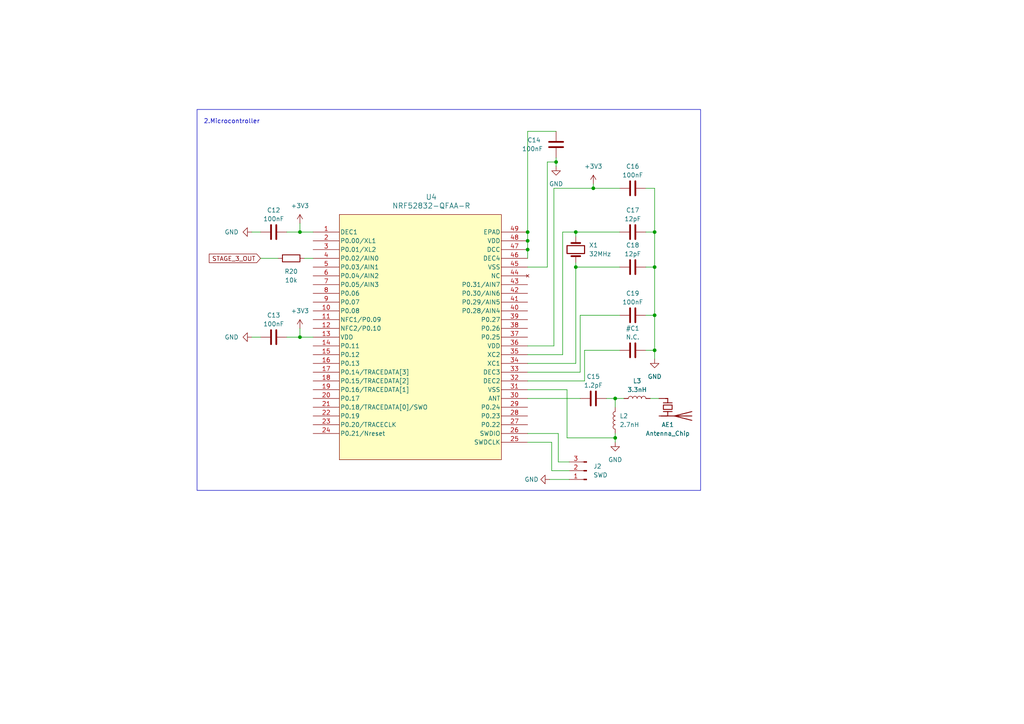
<source format=kicad_sch>
(kicad_sch (version 20230121) (generator eeschema)
  (paper "A4")
  (lib_symbols
    (symbol "Connector:Conn_01x03_Pin" (pin_names (offset 1.016) hide)
      (property "Reference" "J" (at 0 5.08 0))
      (property "Value" "Conn_01x03_Pin" (at 0 -5.08 0))
      (symbol "Conn_01x03_Pin_1_1"
        (polyline (pts (xy 1.27 -2.54) (xy 0.8636 -2.54)) (stroke (width 0.1524)))
        (polyline (pts (xy 1.27 0) (xy 0.8636 0)) (stroke (width 0.1524)))
        (polyline (pts (xy 1.27 2.54) (xy 0.8636 2.54)) (stroke (width 0.1524)))
        (rectangle (start 0.8636 -2.413) (end 0 -2.667) (stroke (width 0.1524)) (fill (type outline)))
        (rectangle (start 0.8636 0.127) (end 0 -0.127) (stroke (width 0.1524)) (fill (type outline)))
        (rectangle (start 0.8636 2.667) (end 0 2.413) (stroke (width 0.1524)) (fill (type outline)))
        (pin passive line (at 5.08 2.54 180) (length 3.81) (name "Pin_1") (number "1"))
        (pin passive line (at 5.08 0 180) (length 3.81) (name "Pin_2") (number "2"))
        (pin passive line (at 5.08 -2.54 180) (length 3.81) (name "Pin_3") (number "3"))
      )
    )
    (symbol "Device:Antenna_Chip" (pin_numbers hide) (pin_names (offset 1.016) hide)
      (property "Reference" "AE" (at 0 5.08 0))
      (property "Value" "Antenna_Chip" (at 0 3.175 0))
      (symbol "Antenna_Chip_0_1"
        (polyline (pts (xy -2.54 0) (xy -2.54 -0.635)) (stroke (width 0.254)))
        (polyline (pts (xy -2.54 0) (xy -1.27 0)) (stroke (width 0.254)))
        (polyline (pts (xy 1.27 0) (xy 2.54 0)) (stroke (width 0.254)))
        (polyline (pts (xy 1.27 1.27) (xy 1.27 -1.27)) (stroke (width 0.254)))
        (polyline (pts (xy 2.54 -0.635) (xy 2.54 0)))
        (polyline (pts (xy 2.54 6.985) (xy 2.54 -1.905)) (stroke (width 0.254)))
        (polyline (pts (xy -1.27 1.27) (xy -1.27 -1.27) (xy -1.27 0)) (stroke (width 0.254)))
        (polyline (pts (xy 3.81 6.985) (xy 2.54 1.905) (xy 1.27 6.985)) (stroke (width 0.254)))
        (polyline (pts (xy -0.635 1.27) (xy 0.635 1.27) (xy 0.635 -1.27) (xy -0.635 -1.27) (xy -0.635 1.27)) (stroke (width 0.254)))
      )
      (symbol "Antenna_Chip_1_1"
        (pin input line (at -2.54 -2.54 90) (length 2.54) (name "FEED") (number "1"))
        (pin passive line (at 2.54 -2.54 90) (length 2.54) (name "PCB_Trace") (number "2"))
      )
    )
    (symbol "Device:C" (pin_numbers hide) (pin_names (offset 0.254))
      (property "Reference" "C" (at 0.635 2.54 0))
      (property "Value" "C" (at 0.635 -2.54 0))
      (symbol "C_0_1"
        (polyline (pts (xy -2.032 -0.762) (xy 2.032 -0.762)) (stroke (width 0.508)))
        (polyline (pts (xy -2.032 0.762) (xy 2.032 0.762)) (stroke (width 0.508)))
      )
      (symbol "C_1_1"
        (pin passive line (at 0 3.81 270) (length 2.794) (name "~") (number "1"))
        (pin passive line (at 0 -3.81 90) (length 2.794) (name "~") (number "2"))
      )
    )
    (symbol "Device:Crystal" (pin_numbers hide) (pin_names (offset 1.016) hide)
      (property "Reference" "Y" (at 0 3.81 0))
      (property "Value" "Crystal" (at 0 -3.81 0))
      (symbol "Crystal_0_1"
        (rectangle (start -1.143 2.54) (end 1.143 -2.54) (stroke (width 0.3048)))
        (polyline (pts (xy -2.54 0) (xy -1.905 0)))
        (polyline (pts (xy -1.905 -1.27) (xy -1.905 1.27)) (stroke (width 0.508)))
        (polyline (pts (xy 1.905 -1.27) (xy 1.905 1.27)) (stroke (width 0.508)))
        (polyline (pts (xy 2.54 0) (xy 1.905 0)))
      )
      (symbol "Crystal_1_1"
        (pin passive line (at -3.81 0 0) (length 1.27) (name "1") (number "1"))
        (pin passive line (at 3.81 0 180) (length 1.27) (name "2") (number "2"))
      )
    )
    (symbol "Device:L" (pin_numbers hide) (pin_names (offset 1.016) hide)
      (property "Reference" "L" (at -1.27 0 90))
      (property "Value" "L" (at 1.905 0 90))
      (symbol "L_0_1"
        (arc (start 0 -2.54) (mid 0.6323 -1.905) (end 0 -1.27))
        (arc (start 0 -1.27) (mid 0.6323 -0.635) (end 0 0))
        (arc (start 0 0) (mid 0.6323 0.635) (end 0 1.27))
        (arc (start 0 1.27) (mid 0.6323 1.905) (end 0 2.54))
      )
      (symbol "L_1_1"
        (pin passive line (at 0 3.81 270) (length 1.27) (name "1") (number "1"))
        (pin passive line (at 0 -3.81 90) (length 1.27) (name "2") (number "2"))
      )
    )
    (symbol "Device:R" (pin_numbers hide) (pin_names (offset 0))
      (property "Reference" "R" (at 2.032 0 90))
      (property "Value" "R" (at 0 0 90))
      (symbol "R_0_1"
        (rectangle (start -1.016 -2.54) (end 1.016 2.54) (stroke (width 0.254)))
      )
      (symbol "R_1_1"
        (pin passive line (at 0 3.81 270) (length 1.27) (name "~") (number "1"))
        (pin passive line (at 0 -3.81 90) (length 1.27) (name "~") (number "2"))
      )
    )
    (symbol "NRF52832_QFAA:NRF52832-QFAA-R" (pin_names (offset 0.254))
      (property "Reference" "U5" (at 34.29 10.16 0))
      (property "Value" "NRF52832-QFAA-R" (at 34.29 7.62 0))
      (symbol "NRF52832-QFAA-R_0_1"
        (pin power_in line (at 0 0 0) (length 7.62) (name "DEC1") (number "1"))
        (pin bidirectional line (at 0 -22.86 0) (length 7.62) (name "P0.08") (number "10"))
        (pin bidirectional line (at 0 -25.4 0) (length 7.62) (name "NFC1/P0.09") (number "11"))
        (pin bidirectional line (at 0 -27.94 0) (length 7.62) (name "NFC2/P0.10") (number "12"))
        (pin power_in line (at 0 -30.48 0) (length 7.62) (name "VDD") (number "13"))
        (pin bidirectional line (at 0 -33.02 0) (length 7.62) (name "P0.11") (number "14"))
        (pin bidirectional line (at 0 -35.56 0) (length 7.62) (name "P0.12") (number "15"))
        (pin bidirectional line (at 0 -38.1 0) (length 7.62) (name "P0.13") (number "16"))
        (pin bidirectional line (at 0 -40.64 0) (length 7.62) (name "P0.14/TRACEDATA[3]") (number "17"))
        (pin bidirectional line (at 0 -43.18 0) (length 7.62) (name "P0.15/TRACEDATA[2]") (number "18"))
        (pin bidirectional line (at 0 -45.72 0) (length 7.62) (name "P0.16/TRACEDATA[1]") (number "19"))
        (pin bidirectional line (at 0 -2.54 0) (length 7.62) (name "P0.00/XL1") (number "2"))
        (pin bidirectional line (at 0 -48.26 0) (length 7.62) (name "P0.17") (number "20"))
        (pin bidirectional line (at 0 -50.8 0) (length 7.62) (name "P0.18/TRACEDATA[0]/SWO") (number "21"))
        (pin bidirectional line (at 0 -53.34 0) (length 7.62) (name "P0.19") (number "22"))
        (pin bidirectional line (at 0 -55.88 0) (length 7.62) (name "P0.20/TRACECLK") (number "23"))
        (pin bidirectional line (at 0 -58.42 0) (length 7.62) (name "P0.21/Nreset") (number "24"))
        (pin input line (at 62.23 -60.96 180) (length 7.62) (name "SWDCLK") (number "25"))
        (pin bidirectional line (at 62.23 -58.42 180) (length 7.62) (name "SWDIO") (number "26"))
        (pin bidirectional line (at 62.23 -55.88 180) (length 7.62) (name "P0.22") (number "27"))
        (pin bidirectional line (at 62.23 -53.34 180) (length 7.62) (name "P0.23") (number "28"))
        (pin bidirectional line (at 62.23 -50.8 180) (length 7.62) (name "P0.24") (number "29"))
        (pin bidirectional line (at 0 -5.08 0) (length 7.62) (name "P0.01/XL2") (number "3"))
        (pin unspecified line (at 62.23 -48.26 180) (length 7.62) (name "ANT") (number "30"))
        (pin power_in line (at 62.23 -45.72 180) (length 7.62) (name "VSS") (number "31"))
        (pin power_in line (at 62.23 -43.18 180) (length 7.62) (name "DEC2") (number "32"))
        (pin power_in line (at 62.23 -40.64 180) (length 7.62) (name "DEC3") (number "33"))
        (pin input line (at 62.23 -38.1 180) (length 7.62) (name "XC1") (number "34"))
        (pin input line (at 62.23 -35.56 180) (length 7.62) (name "XC2") (number "35"))
        (pin power_in line (at 62.23 -33.02 180) (length 7.62) (name "VDD") (number "36"))
        (pin bidirectional line (at 62.23 -30.48 180) (length 7.62) (name "P0.25") (number "37"))
        (pin bidirectional line (at 62.23 -27.94 180) (length 7.62) (name "P0.26") (number "38"))
        (pin bidirectional line (at 62.23 -25.4 180) (length 7.62) (name "P0.27") (number "39"))
        (pin bidirectional line (at 0 -7.62 0) (length 7.62) (name "P0.02/AIN0") (number "4"))
        (pin bidirectional line (at 62.23 -22.86 180) (length 7.62) (name "P0.28/AIN4") (number "40"))
        (pin bidirectional line (at 62.23 -20.32 180) (length 7.62) (name "P0.29/AIN5") (number "41"))
        (pin bidirectional line (at 62.23 -17.78 180) (length 7.62) (name "P0.30/AIN6") (number "42"))
        (pin bidirectional line (at 62.23 -15.24 180) (length 7.62) (name "P0.31/AIN7") (number "43"))
        (pin no_connect line (at 62.23 -12.7 180) (length 7.62) (name "NC") (number "44"))
        (pin power_in line (at 62.23 -10.16 180) (length 7.62) (name "VSS") (number "45"))
        (pin power_in line (at 62.23 -7.62 180) (length 7.62) (name "DEC4") (number "46"))
        (pin power_in line (at 62.23 -5.08 180) (length 7.62) (name "DCC") (number "47"))
        (pin power_in line (at 62.23 -2.54 180) (length 7.62) (name "VDD") (number "48"))
        (pin unspecified line (at 62.23 0 180) (length 7.62) (name "EPAD") (number "49"))
        (pin bidirectional line (at 0 -10.16 0) (length 7.62) (name "P0.03/AIN1") (number "5"))
        (pin bidirectional line (at 0 -12.7 0) (length 7.62) (name "P0.04/AIN2") (number "6"))
        (pin bidirectional line (at 0 -15.24 0) (length 7.62) (name "P0.05/AIN3") (number "7"))
        (pin bidirectional line (at 0 -17.78 0) (length 7.62) (name "P0.06") (number "8"))
        (pin bidirectional line (at 0 -20.32 0) (length 7.62) (name "P0.07") (number "9"))
      )
      (symbol "NRF52832-QFAA-R_1_1"
        (rectangle (start 7.62 5.08) (end 54.61 -66.04) (fill (type background)))
      )
    )
    (symbol "power:+3V3" (power) (pin_names (offset 0))
      (property "Value" "+3V3" (at 0 3.556 0))
      (symbol "+3V3_0_1"
        (polyline (pts (xy -0.762 1.27) (xy 0 2.54)))
        (polyline (pts (xy 0 0) (xy 0 2.54)))
        (polyline (pts (xy 0 2.54) (xy 0.762 1.27)))
      )
      (symbol "+3V3_1_1"
        (pin power_in line (at 0 0 90) (length 0) hide (name "+3V3") (number "1"))
      )
    )
    (symbol "power:GND" (power) (pin_names (offset 0))
      (property "Value" "GND" (at 0 -3.81 0))
      (symbol "GND_0_1"
        (polyline (pts (xy 0 0) (xy 0 -1.27) (xy 1.27 -1.27) (xy 0 -2.54) (xy -1.27 -1.27) (xy 0 -1.27)))
      )
      (symbol "GND_1_1"
        (pin power_in line (at 0 0 270) (length 0) hide (name "GND") (number "1"))
      )
    )
  )
  (junction (at 167.005 67.31))
  (junction (at 178.435 127))
  (junction (at 167.005 77.47))
  (junction (at 86.995 67.31))
  (junction (at 189.865 91.44))
  (junction (at 153.035 69.85))
  (junction (at 189.865 77.47))
  (junction (at 86.995 97.79))
  (junction (at 172.085 54.61))
  (junction (at 178.435 115.57))
  (junction (at 189.865 67.31))
  (junction (at 153.035 72.39))
  (junction (at 161.29 46.99))
  (junction (at 189.865 101.6))
  (junction (at 153.035 67.31))
  (wire (pts (xy 158.75 46.99) (xy 161.29 46.99)))
  (wire (pts (xy 169.545 110.49) (xy 169.545 101.6)))
  (wire (pts (xy 189.865 91.44) (xy 189.865 101.6)))
  (wire (pts (xy 161.29 45.72) (xy 161.29 46.99)))
  (wire (pts (xy 179.705 54.61) (xy 172.085 54.61)))
  (wire (pts (xy 153.035 125.73) (xy 161.925 125.73)))
  (wire (pts (xy 153.035 113.03) (xy 164.465 113.03)))
  (wire (pts (xy 187.325 91.44) (xy 189.865 91.44)))
  (wire (pts (xy 172.085 53.34) (xy 172.085 54.61)))
  (wire (pts (xy 168.275 91.44) (xy 179.705 91.44)))
  (wire (pts (xy 188.595 115.57) (xy 191.135 115.57)))
  (wire (pts (xy 153.035 72.39) (xy 153.035 69.85)))
  (wire (pts (xy 167.005 67.31) (xy 167.005 68.58)))
  (wire (pts (xy 164.465 127) (xy 178.435 127)))
  (wire (pts (xy 160.02 128.27) (xy 160.02 136.525)))
  (wire (pts (xy 167.005 77.47) (xy 179.705 77.47)))
  (wire (pts (xy 167.005 105.41) (xy 167.005 77.47)))
  (wire (pts (xy 73.025 97.79) (xy 75.565 97.79)))
  (wire (pts (xy 161.925 125.73) (xy 161.925 133.985)))
  (wire (pts (xy 161.29 46.99) (xy 161.29 48.26)))
  (wire (pts (xy 161.925 133.985) (xy 165.1 133.985)))
  (wire (pts (xy 153.035 115.57) (xy 168.275 115.57)))
  (wire (pts (xy 86.995 64.77) (xy 86.995 67.31)))
  (wire (pts (xy 178.435 115.57) (xy 180.975 115.57)))
  (wire (pts (xy 187.325 77.47) (xy 189.865 77.47)))
  (wire (pts (xy 163.195 102.87) (xy 163.195 67.31)))
  (wire (pts (xy 153.035 128.27) (xy 160.02 128.27)))
  (wire (pts (xy 153.035 38.1) (xy 161.29 38.1)))
  (wire (pts (xy 83.185 67.31) (xy 86.995 67.31)))
  (wire (pts (xy 172.085 54.61) (xy 160.655 54.61)))
  (wire (pts (xy 189.865 54.61) (xy 189.865 67.31)))
  (wire (pts (xy 178.435 125.73) (xy 178.435 127)))
  (wire (pts (xy 153.035 74.93) (xy 153.035 72.39)))
  (wire (pts (xy 75.565 74.93) (xy 80.645 74.93)))
  (wire (pts (xy 86.995 67.31) (xy 90.805 67.31)))
  (wire (pts (xy 164.465 113.03) (xy 164.465 127)))
  (wire (pts (xy 189.865 77.47) (xy 189.865 91.44)))
  (wire (pts (xy 86.995 97.79) (xy 90.805 97.79)))
  (wire (pts (xy 189.865 101.6) (xy 189.865 104.14)))
  (wire (pts (xy 160.655 54.61) (xy 160.655 100.33)))
  (wire (pts (xy 189.865 67.31) (xy 189.865 77.47)))
  (wire (pts (xy 179.705 67.31) (xy 167.005 67.31)))
  (wire (pts (xy 178.435 115.57) (xy 178.435 118.11)))
  (wire (pts (xy 178.435 127) (xy 178.435 128.27)))
  (wire (pts (xy 153.035 67.31) (xy 153.035 38.1)))
  (wire (pts (xy 187.325 101.6) (xy 189.865 101.6)))
  (wire (pts (xy 153.035 69.85) (xy 153.035 67.31)))
  (wire (pts (xy 153.035 100.33) (xy 160.655 100.33)))
  (wire (pts (xy 88.265 74.93) (xy 90.805 74.93)))
  (wire (pts (xy 86.995 95.25) (xy 86.995 97.79)))
  (wire (pts (xy 158.75 77.47) (xy 158.75 46.99)))
  (wire (pts (xy 167.005 77.47) (xy 167.005 76.2)))
  (wire (pts (xy 83.185 97.79) (xy 86.995 97.79)))
  (wire (pts (xy 159.385 139.065) (xy 165.1 139.065)))
  (wire (pts (xy 153.035 105.41) (xy 167.005 105.41)))
  (wire (pts (xy 163.195 67.31) (xy 167.005 67.31)))
  (wire (pts (xy 175.895 115.57) (xy 178.435 115.57)))
  (wire (pts (xy 153.035 102.87) (xy 163.195 102.87)))
  (wire (pts (xy 169.545 101.6) (xy 179.705 101.6)))
  (wire (pts (xy 153.035 107.95) (xy 168.275 107.95)))
  (wire (pts (xy 160.02 136.525) (xy 165.1 136.525)))
  (wire (pts (xy 153.035 77.47) (xy 158.75 77.47)))
  (wire (pts (xy 153.035 110.49) (xy 169.545 110.49)))
  (wire (pts (xy 187.325 54.61) (xy 189.865 54.61)))
  (wire (pts (xy 73.025 67.31) (xy 75.565 67.31)))
  (wire (pts (xy 187.325 67.31) (xy 189.865 67.31)))
  (wire (pts (xy 168.275 107.95) (xy 168.275 91.44)))
  (rectangle (start 57.15 31.75) (end 203.2 142.24))
  (text "2.Microcontroller\n\n" (at 59.055 38.1 0) (effects (font (size 1.27 1.27)) (justify left bottom)))
  (global_label "STAGE_3_OUT" (shape input) (at 75.565 74.93 180) (property "Intersheetrefs" "${INTERSHEET_REFS}" (effects hide)))
  (symbol (lib_id "Device:C") (at 161.29 41.91 0) (unit 1)
    (property "Reference" "C14" (at 156.845 40.64 0) (effects (justify right)))
    (property "Value" "100nF" (at 157.48 43.18 0) (effects (justify right)))
    (property "Footprint" "Capacitor_SMD:C_0402_1005Metric" (effects hide))
  )
  (symbol (lib_id "power:GND") (at 161.29 48.26 0) (unit 1)
    (property "Reference" "#PWR017" (effects hide))
    (property "Value" "GND" (at 161.29 53.34 0))
  )
  (symbol (lib_id "power:GND") (at 73.025 97.79 270) (unit 1)
    (property "Reference" "#PWR013" (effects hide))
    (property "Value" "GND" (at 69.215 97.79 90) (effects (justify right)))
  )
  (symbol (lib_id "Device:C") (at 172.085 115.57 270) (unit 1)
    (property "Reference" "C15" (at 172.085 109.22 90))
    (property "Value" "1.2pF" (at 172.085 111.76 90))
    (property "Footprint" "Capacitor_SMD:C_0201_0603Metric" (effects hide))
  )
  (symbol (lib_id "power:+3V3") (at 86.995 64.77 0) (unit 1)
    (property "Reference" "#PWR014" (effects hide))
    (property "Value" "+3V3" (at 86.995 59.69 0))
  )
  (symbol (lib_id "Device:C") (at 79.375 97.79 270) (unit 1)
    (property "Reference" "C13" (at 79.375 91.44 90))
    (property "Value" "100nF" (at 79.375 93.98 90))
    (property "Footprint" "Capacitor_SMD:C_0201_0603Metric" (effects hide))
  )
  (symbol (lib_id "Device:Crystal") (at 167.005 72.39 90) (unit 1)
    (property "Reference" "X1" (at 170.815 71.12 90) (effects (justify right)))
    (property "Value" "32MHz" (at 170.815 73.66 90) (effects (justify right)))
  )
  (symbol (lib_id "Device:C") (at 183.515 54.61 270) (unit 1)
    (property "Reference" "C16" (at 183.515 48.26 90))
    (property "Value" "100nF" (at 183.515 50.8 90))
    (property "Footprint" "Capacitor_SMD:C_0402_1005Metric" (effects hide))
  )
  (symbol (lib_id "Device:L") (at 178.435 121.92 180) (unit 1)
    (property "Reference" "L2" (at 179.705 120.65 0) (effects (justify right)))
    (property "Value" "2.7nH" (at 179.705 123.19 0) (effects (justify right)))
    (property "Footprint" "Inductor_SMD:L_Murata_DFE201610P" (effects hide))
  )
  (symbol (lib_id "Device:Antenna_Chip") (at 193.675 118.11 270) (unit 1)
    (property "Reference" "AE1" (at 193.675 123.19 90))
    (property "Value" "Antenna_Chip" (at 193.675 125.73 90))
  )
  (symbol (lib_id "Device:L") (at 184.785 115.57 90) (unit 1)
    (property "Reference" "L3" (at 184.785 110.49 90))
    (property "Value" "3.3nH" (at 184.785 113.03 90))
    (property "Footprint" "Inductor_SMD:L_Murata_DFE201610P" (effects hide))
  )
  (symbol (lib_id "Device:C") (at 183.515 91.44 270) (unit 1)
    (property "Reference" "C19" (at 183.515 85.09 90))
    (property "Value" "100nF" (at 183.515 87.63 90))
    (property "Footprint" "Capacitor_SMD:C_0201_0603Metric" (effects hide))
  )
  (symbol (lib_id "NRF52832_QFAA:NRF52832-QFAA-R") (at 90.805 67.31 0) (unit 1)
    (property "Reference" "U4" (at 125.095 57.15 0) (effects (font (size 1.524 1.524))))
    (property "Value" "NRF52832-QFAA-R" (at 125.095 59.69 0) (effects (font (size 1.524 1.524))))
    (property "Footprint" "Library:QFN-48_NOR" (effects hide))
    (property "Datasheet" "NRF52832-QFAA-R" (effects hide))
  )
  (symbol (lib_id "Device:C") (at 183.515 77.47 270) (unit 1)
    (property "Reference" "C18" (at 183.515 71.12 90))
    (property "Value" "12pF" (at 183.515 73.66 90))
    (property "Footprint" "Capacitor_SMD:C_0201_0603Metric" (effects hide))
  )
  (symbol (lib_id "Connector:Conn_01x03_Pin") (at 170.18 136.525 180) (unit 1)
    (property "Reference" "J2" (at 172.085 135.255 0) (effects (justify right)))
    (property "Value" "SWD" (at 172.085 137.795 0) (effects (justify right)))
  )
  (symbol (lib_id "Device:C") (at 183.515 67.31 270) (unit 1)
    (property "Reference" "C17" (at 183.515 60.96 90))
    (property "Value" "12pF" (at 183.515 63.5 90))
    (property "Footprint" "Capacitor_SMD:C_0201_0603Metric" (effects hide))
  )
  (symbol (lib_id "Device:C") (at 183.515 101.6 270) (unit 1)
    (property "Reference" "#C1" (at 183.515 95.25 90))
    (property "Value" "N.C." (at 183.515 97.79 90))
    (property "Footprint" "Capacitor_SMD:C_0201_0603Metric" (effects hide))
  )
  (symbol (lib_id "power:+3V3") (at 172.085 53.34 0) (unit 1)
    (property "Reference" "#PWR018" (effects hide))
    (property "Value" "+3V3" (at 172.085 48.26 0))
  )
  (symbol (lib_id "power:GND") (at 73.025 67.31 270) (unit 1)
    (property "Reference" "#PWR012" (effects hide))
    (property "Value" "GND" (at 69.215 67.31 90) (effects (justify right)))
  )
  (symbol (lib_id "power:GND") (at 189.865 104.14 0) (unit 1)
    (property "Reference" "#PWR020" (effects hide))
    (property "Value" "GND" (at 189.865 109.22 0))
  )
  (symbol (lib_id "Device:C") (at 79.375 67.31 270) (unit 1)
    (property "Reference" "C12" (at 79.375 60.96 90))
    (property "Value" "100nF" (at 79.375 63.5 90))
    (property "Footprint" "Capacitor_SMD:C_0201_0603Metric" (effects hide))
  )
  (symbol (lib_id "power:+3V3") (at 86.995 95.25 0) (unit 1)
    (property "Reference" "#PWR015" (effects hide))
    (property "Value" "+3V3" (at 86.995 90.17 0))
  )
  (symbol (lib_id "Device:R") (at 84.455 74.93 90) (unit 1)
    (property "Reference" "R20" (at 84.455 78.74 90))
    (property "Value" "10k" (at 84.455 81.28 90))
    (property "Footprint" "Resistor_SMD:R_0402_1005Metric" (effects hide))
  )
  (symbol (lib_id "power:GND") (at 159.385 139.065 270) (unit 1)
    (property "Reference" "#PWR016" (effects hide))
    (property "Value" "GND" (at 156.21 139.065 90) (effects (justify right)))
  )
  (symbol (lib_id "power:GND") (at 178.435 128.27 0) (unit 1)
    (property "Reference" "#PWR019" (effects hide))
    (property "Value" "GND" (at 178.435 133.35 0))
  )
)
</source>
